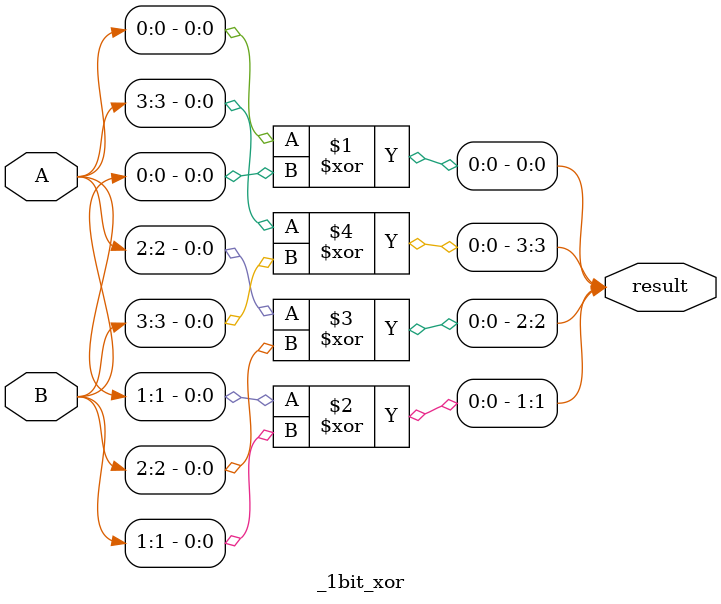
<source format=v>
module _1bit_xor(result,A,B);  //4bitt

		input [3:0] A,B;
		output [3:0] result;

		xor xx(result[0],A[0],B[0]);
		xor yy(result[1],A[1],B[1]);
		xor zz(result[2],A[2],B[2]);
		xor tt(result[3],A[3],B[3]);

endmodule 
</source>
